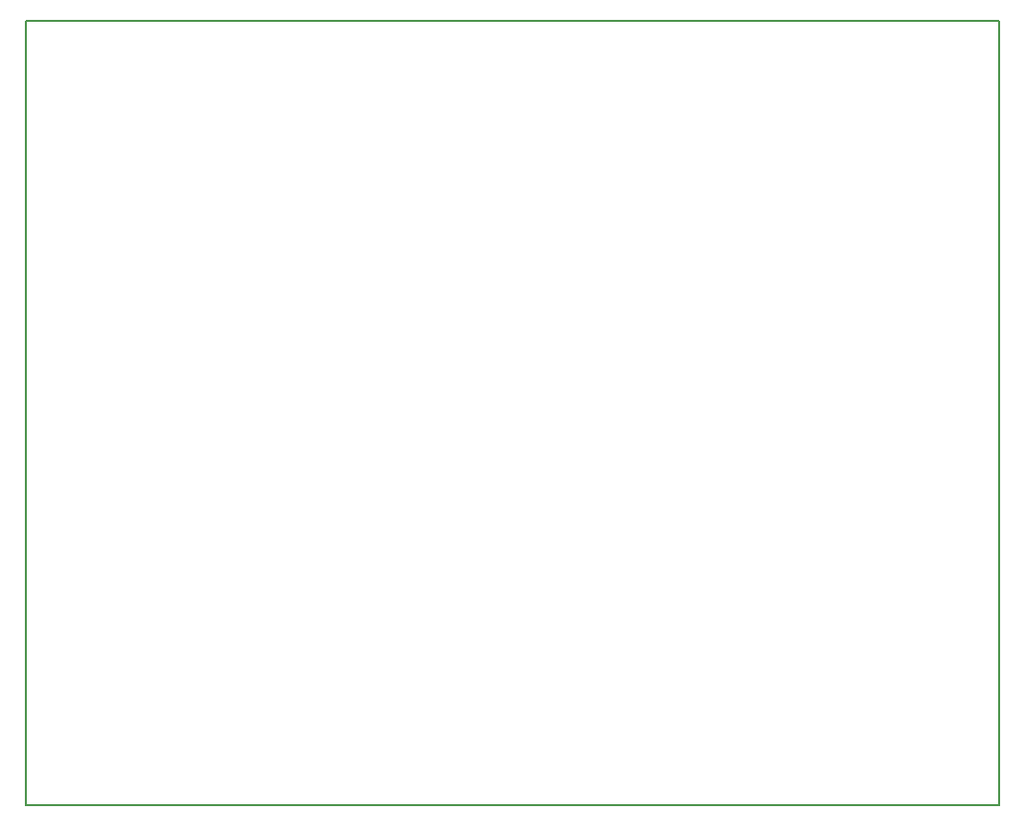
<source format=gm1>
G04 MADE WITH FRITZING*
G04 WWW.FRITZING.ORG*
G04 DOUBLE SIDED*
G04 HOLES PLATED*
G04 CONTOUR ON CENTER OF CONTOUR VECTOR*
%ASAXBY*%
%FSLAX23Y23*%
%MOIN*%
%OFA0B0*%
%SFA1.0B1.0*%
%ADD10R,3.267720X2.637800*%
%ADD11C,0.008000*%
%ADD10C,0.008*%
%LNCONTOUR*%
G90*
G70*
G54D10*
G54D11*
X4Y2634D02*
X3264Y2634D01*
X3264Y4D01*
X4Y4D01*
X4Y2634D01*
D02*
G04 End of contour*
M02*
</source>
